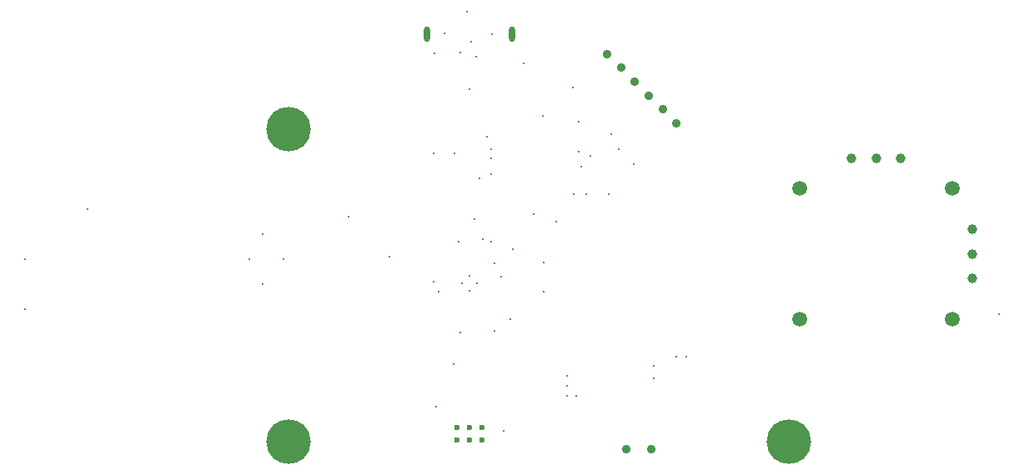
<source format=gbr>
%TF.GenerationSoftware,Altium Limited,Altium Designer,23.6.0 (18)*%
G04 Layer_Color=0*
%FSLAX25Y25*%
%MOIN*%
%TF.SameCoordinates,9FC677E3-0757-43A4-AD8A-435CCD31EDD7*%
%TF.FilePolarity,Positive*%
%TF.FileFunction,Plated,1,4,PTH,Drill*%
%TF.Part,Single*%
G01*
G75*
%TA.AperFunction,OtherDrill,Pad Free-1 (1500mil,1500mil)*%
%ADD94C,0.17800*%
%TA.AperFunction,OtherDrill,Pad Free-1 (1500mil,250mil)*%
%ADD95C,0.17800*%
%TA.AperFunction,ComponentDrill*%
%ADD96O,0.02362X0.06299*%
%ADD97C,0.02362*%
%ADD98C,0.03504*%
%ADD99C,0.03543*%
%TA.AperFunction,OtherDrill,Pad Free-1 (3500mil,250mil)*%
%ADD100C,0.17800*%
%TA.AperFunction,ComponentDrill*%
%ADD101C,0.03937*%
%ADD102C,0.05906*%
%TA.AperFunction,ViaDrill,NotFilled*%
%ADD103C,0.00787*%
D94*
X150000Y150000D02*
D03*
D95*
Y25000D02*
D03*
D96*
X239508Y187921D02*
D03*
X205492D02*
D03*
D97*
X217500Y25549D02*
D03*
Y30549D02*
D03*
X222500Y25549D02*
D03*
Y30549D02*
D03*
X227500Y25549D02*
D03*
Y30549D02*
D03*
D98*
X305298Y152214D02*
D03*
X299730Y157782D02*
D03*
X294162Y163349D02*
D03*
X288595Y168917D02*
D03*
X283027Y174485D02*
D03*
X277459Y180052D02*
D03*
D99*
X295000Y21755D02*
D03*
X285000D02*
D03*
D100*
X350000Y25000D02*
D03*
D101*
X423386Y90158D02*
D03*
Y100000D02*
D03*
Y109843D02*
D03*
X394843Y138386D02*
D03*
X385000D02*
D03*
X375157D02*
D03*
D102*
X354488Y73819D02*
D03*
Y126181D02*
D03*
X415512Y73819D02*
D03*
Y126181D02*
D03*
D103*
X263977Y166500D02*
D03*
X44958Y97796D02*
D03*
Y77797D02*
D03*
X69958Y117797D02*
D03*
X134560Y97796D02*
D03*
X139958Y107797D02*
D03*
Y87796D02*
D03*
X148177Y97796D02*
D03*
X174136Y114755D02*
D03*
X190500Y98755D02*
D03*
X222500Y85169D02*
D03*
X219438Y88231D02*
D03*
X225562D02*
D03*
X222500Y91294D02*
D03*
X208000Y88755D02*
D03*
Y140255D02*
D03*
X208500Y180255D02*
D03*
X209000Y38755D02*
D03*
X210000Y84755D02*
D03*
X212468Y188151D02*
D03*
X216000Y55755D02*
D03*
X216500Y140255D02*
D03*
X218000Y104755D02*
D03*
X218757Y68498D02*
D03*
X218979Y180477D02*
D03*
X221494Y196748D02*
D03*
X222500Y165752D02*
D03*
X223106Y184848D02*
D03*
X224500Y113755D02*
D03*
X225000Y178755D02*
D03*
X226500Y130255D02*
D03*
X227885Y105870D02*
D03*
X229500Y146755D02*
D03*
X230997Y141836D02*
D03*
X231000Y104755D02*
D03*
Y138255D02*
D03*
Y131755D02*
D03*
X231358Y188055D02*
D03*
X232500Y96255D02*
D03*
Y69255D02*
D03*
X235000Y90755D02*
D03*
X236000Y29255D02*
D03*
X238958Y73796D02*
D03*
X239958Y101796D02*
D03*
X244000Y176255D02*
D03*
X248000Y115755D02*
D03*
X251790Y155310D02*
D03*
X252000Y84755D02*
D03*
X252014Y96723D02*
D03*
X257000Y112755D02*
D03*
X261500Y43255D02*
D03*
Y51255D02*
D03*
Y47255D02*
D03*
X264000Y123755D02*
D03*
X265000Y43255D02*
D03*
X266000Y152755D02*
D03*
Y140755D02*
D03*
X267018Y134772D02*
D03*
X269000Y123755D02*
D03*
X270937Y139346D02*
D03*
X278000Y123755D02*
D03*
X279000Y147755D02*
D03*
X282000Y141755D02*
D03*
X288000Y135755D02*
D03*
X296000Y55255D02*
D03*
Y50255D02*
D03*
X305000Y58755D02*
D03*
X309000D02*
D03*
X434000Y75755D02*
D03*
%TF.MD5,3e6bb497d5893f7ac851719f46e2cefd*%
M02*

</source>
